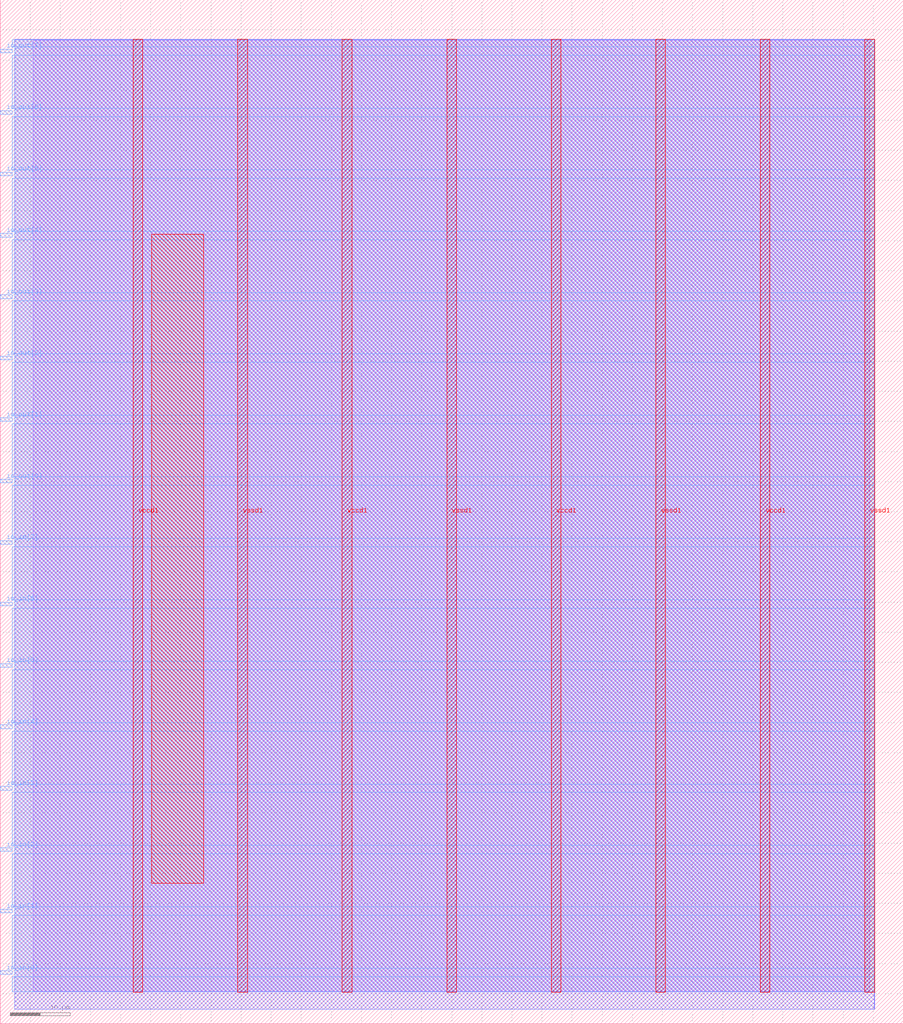
<source format=lef>
VERSION 5.7 ;
  NOWIREEXTENSIONATPIN ON ;
  DIVIDERCHAR "/" ;
  BUSBITCHARS "[]" ;
MACRO onebitcpu
  CLASS BLOCK ;
  FOREIGN onebitcpu ;
  ORIGIN 0.000 0.000 ;
  SIZE 150.000 BY 170.000 ;
  PIN io_in[0]
    DIRECTION INPUT ;
    USE SIGNAL ;
    PORT
      LAYER met3 ;
        RECT 0.000 8.200 2.000 8.800 ;
    END
  END io_in[0]
  PIN io_in[1]
    DIRECTION INPUT ;
    USE SIGNAL ;
    PORT
      LAYER met3 ;
        RECT 0.000 18.400 2.000 19.000 ;
    END
  END io_in[1]
  PIN io_in[2]
    DIRECTION INPUT ;
    USE SIGNAL ;
    PORT
      LAYER met3 ;
        RECT 0.000 28.600 2.000 29.200 ;
    END
  END io_in[2]
  PIN io_in[3]
    DIRECTION INPUT ;
    USE SIGNAL ;
    PORT
      LAYER met3 ;
        RECT 0.000 38.800 2.000 39.400 ;
    END
  END io_in[3]
  PIN io_in[4]
    DIRECTION INPUT ;
    USE SIGNAL ;
    PORT
      LAYER met3 ;
        RECT 0.000 49.000 2.000 49.600 ;
    END
  END io_in[4]
  PIN io_in[5]
    DIRECTION INPUT ;
    USE SIGNAL ;
    PORT
      LAYER met3 ;
        RECT 0.000 59.200 2.000 59.800 ;
    END
  END io_in[5]
  PIN io_in[6]
    DIRECTION INPUT ;
    USE SIGNAL ;
    PORT
      LAYER met3 ;
        RECT 0.000 69.400 2.000 70.000 ;
    END
  END io_in[6]
  PIN io_in[7]
    DIRECTION INPUT ;
    USE SIGNAL ;
    PORT
      LAYER met3 ;
        RECT 0.000 79.600 2.000 80.200 ;
    END
  END io_in[7]
  PIN io_out[0]
    DIRECTION OUTPUT TRISTATE ;
    USE SIGNAL ;
    PORT
      LAYER met3 ;
        RECT 0.000 89.800 2.000 90.400 ;
    END
  END io_out[0]
  PIN io_out[1]
    DIRECTION OUTPUT TRISTATE ;
    USE SIGNAL ;
    PORT
      LAYER met3 ;
        RECT 0.000 100.000 2.000 100.600 ;
    END
  END io_out[1]
  PIN io_out[2]
    DIRECTION OUTPUT TRISTATE ;
    USE SIGNAL ;
    PORT
      LAYER met3 ;
        RECT 0.000 110.200 2.000 110.800 ;
    END
  END io_out[2]
  PIN io_out[3]
    DIRECTION OUTPUT TRISTATE ;
    USE SIGNAL ;
    PORT
      LAYER met3 ;
        RECT 0.000 120.400 2.000 121.000 ;
    END
  END io_out[3]
  PIN io_out[4]
    DIRECTION OUTPUT TRISTATE ;
    USE SIGNAL ;
    PORT
      LAYER met3 ;
        RECT 0.000 130.600 2.000 131.200 ;
    END
  END io_out[4]
  PIN io_out[5]
    DIRECTION OUTPUT TRISTATE ;
    USE SIGNAL ;
    PORT
      LAYER met3 ;
        RECT 0.000 140.800 2.000 141.400 ;
    END
  END io_out[5]
  PIN io_out[6]
    DIRECTION OUTPUT TRISTATE ;
    USE SIGNAL ;
    PORT
      LAYER met3 ;
        RECT 0.000 151.000 2.000 151.600 ;
    END
  END io_out[6]
  PIN io_out[7]
    DIRECTION OUTPUT TRISTATE ;
    USE SIGNAL ;
    PORT
      LAYER met3 ;
        RECT 0.000 161.200 2.000 161.800 ;
    END
  END io_out[7]
  PIN vccd1
    DIRECTION INOUT ;
    USE POWER ;
    PORT
      LAYER met4 ;
        RECT 22.085 5.200 23.685 163.440 ;
    END
    PORT
      LAYER met4 ;
        RECT 56.815 5.200 58.415 163.440 ;
    END
    PORT
      LAYER met4 ;
        RECT 91.545 5.200 93.145 163.440 ;
    END
    PORT
      LAYER met4 ;
        RECT 126.275 5.200 127.875 163.440 ;
    END
  END vccd1
  PIN vssd1
    DIRECTION INOUT ;
    USE GROUND ;
    PORT
      LAYER met4 ;
        RECT 39.450 5.200 41.050 163.440 ;
    END
    PORT
      LAYER met4 ;
        RECT 74.180 5.200 75.780 163.440 ;
    END
    PORT
      LAYER met4 ;
        RECT 108.910 5.200 110.510 163.440 ;
    END
    PORT
      LAYER met4 ;
        RECT 143.640 5.200 145.240 163.440 ;
    END
  END vssd1
  OBS
      LAYER li1 ;
        RECT 5.520 5.355 144.440 163.285 ;
      LAYER met1 ;
        RECT 2.370 2.420 145.240 163.440 ;
      LAYER met2 ;
        RECT 2.390 2.390 145.210 163.385 ;
      LAYER met3 ;
        RECT 2.000 162.200 145.230 163.365 ;
        RECT 2.400 160.800 145.230 162.200 ;
        RECT 2.000 152.000 145.230 160.800 ;
        RECT 2.400 150.600 145.230 152.000 ;
        RECT 2.000 141.800 145.230 150.600 ;
        RECT 2.400 140.400 145.230 141.800 ;
        RECT 2.000 131.600 145.230 140.400 ;
        RECT 2.400 130.200 145.230 131.600 ;
        RECT 2.000 121.400 145.230 130.200 ;
        RECT 2.400 120.000 145.230 121.400 ;
        RECT 2.000 111.200 145.230 120.000 ;
        RECT 2.400 109.800 145.230 111.200 ;
        RECT 2.000 101.000 145.230 109.800 ;
        RECT 2.400 99.600 145.230 101.000 ;
        RECT 2.000 90.800 145.230 99.600 ;
        RECT 2.400 89.400 145.230 90.800 ;
        RECT 2.000 80.600 145.230 89.400 ;
        RECT 2.400 79.200 145.230 80.600 ;
        RECT 2.000 70.400 145.230 79.200 ;
        RECT 2.400 69.000 145.230 70.400 ;
        RECT 2.000 60.200 145.230 69.000 ;
        RECT 2.400 58.800 145.230 60.200 ;
        RECT 2.000 50.000 145.230 58.800 ;
        RECT 2.400 48.600 145.230 50.000 ;
        RECT 2.000 39.800 145.230 48.600 ;
        RECT 2.400 38.400 145.230 39.800 ;
        RECT 2.000 29.600 145.230 38.400 ;
        RECT 2.400 28.200 145.230 29.600 ;
        RECT 2.000 19.400 145.230 28.200 ;
        RECT 2.400 18.000 145.230 19.400 ;
        RECT 2.000 9.200 145.230 18.000 ;
        RECT 2.400 7.800 145.230 9.200 ;
        RECT 2.000 5.275 145.230 7.800 ;
      LAYER met4 ;
        RECT 25.135 23.295 33.745 131.065 ;
  END
END onebitcpu
END LIBRARY


</source>
